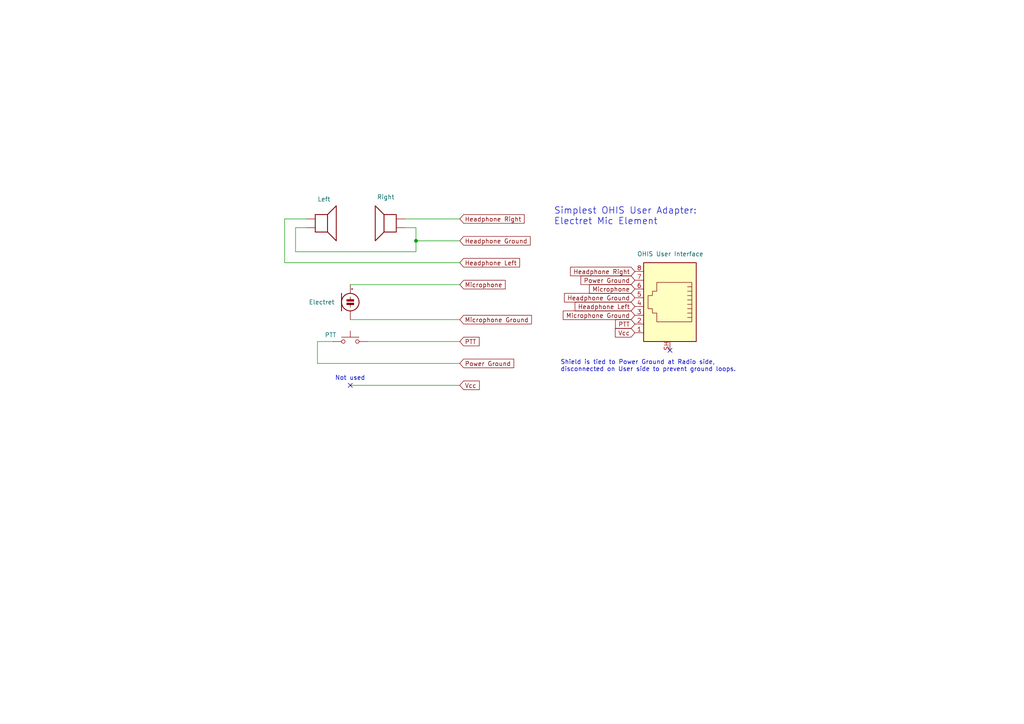
<source format=kicad_sch>
(kicad_sch (version 20211123) (generator eeschema)
  (paper "A4")
  (lib_symbols
    (symbol "Connector:8P8C_Shielded" (pin_names (offset 1.016))
      (property "Reference" "J" (at -5.08 13.97 0))
      (property "Value" "8P8C_Shielded" (at 2.54 13.97 0))
      (symbol "8P8C_Shielded_0_1"
        (polyline (pts (xy -5.08 4.445) (xy -6.35 4.445)))
        (polyline (pts (xy -5.08 5.715) (xy -6.35 5.715)))
        (polyline (pts (xy -6.35 -3.175) (xy -5.08 -3.175) (xy -5.08 -3.175)))
        (polyline (pts (xy -6.35 -1.905) (xy -5.08 -1.905) (xy -5.08 -1.905)))
        (polyline (pts (xy -6.35 -0.635) (xy -5.08 -0.635) (xy -5.08 -0.635)))
        (polyline (pts (xy -6.35 0.635) (xy -5.08 0.635) (xy -5.08 0.635)))
        (polyline (pts (xy -6.35 1.905) (xy -5.08 1.905) (xy -5.08 1.905)))
        (polyline (pts (xy -5.08 3.175) (xy -6.35 3.175) (xy -6.35 3.175)))
        (polyline (pts (xy -6.35 -4.445) (xy -6.35 6.985) (xy 3.81 6.985) (xy 3.81 4.445) (xy 5.08 4.445) (xy 5.08 3.175) (xy 6.35 3.175) (xy 6.35 -0.635) (xy 5.08 -0.635) (xy 5.08 -1.905) (xy 3.81 -1.905) (xy 3.81 -4.445) (xy -6.35 -4.445) (xy -6.35 -4.445)))
        (rectangle (start 7.62 12.7) (end -7.62 -10.16) (stroke (width 0.254)) (fill (type background)))
      )
      (symbol "8P8C_Shielded_1_1"
        (pin passive line (at 10.16 -7.62 180) (length 2.54) (name "~") (number "1"))
        (pin passive line (at 10.16 -5.08 180) (length 2.54) (name "~") (number "2"))
        (pin passive line (at 10.16 -2.54 180) (length 2.54) (name "~") (number "3"))
        (pin passive line (at 10.16 0 180) (length 2.54) (name "~") (number "4"))
        (pin passive line (at 10.16 2.54 180) (length 2.54) (name "~") (number "5"))
        (pin passive line (at 10.16 5.08 180) (length 2.54) (name "~") (number "6"))
        (pin passive line (at 10.16 7.62 180) (length 2.54) (name "~") (number "7"))
        (pin passive line (at 10.16 10.16 180) (length 2.54) (name "~") (number "8"))
        (pin passive line (at 0 -12.7 90) (length 2.54) (name "~") (number "SH"))
      )
    )
    (symbol "Device:Microphone_Condenser" (pin_numbers hide) (pin_names (offset 0.0254) hide)
      (property "Reference" "MK" (at -3.302 1.27 0))
      (property "Value" "Microphone_Condenser" (at -3.302 -0.635 0))
      (symbol "Microphone_Condenser_0_1"
        (polyline (pts (xy -2.54 2.54) (xy -2.54 -2.54)) (stroke (width 0.254)))
        (polyline (pts (xy 0 -0.762) (xy 0 -1.524)))
        (polyline (pts (xy 0 0.762) (xy 0 1.524)))
        (polyline (pts (xy 0.254 3.81) (xy 0.762 3.81)))
        (polyline (pts (xy 0.508 4.064) (xy 0.508 3.556)))
        (circle (center 0 0) (radius 2.54) (stroke (width 0.254)))
        (rectangle (start 1.016 -0.254) (end -1.016 -0.762) (fill (type outline)))
        (rectangle (start 1.016 0.762) (end -1.016 0.254) (fill (type outline)))
      )
      (symbol "Microphone_Condenser_1_1"
        (pin passive line (at 0 -5.08 90) (length 2.54) (name "-") (number "1"))
        (pin passive line (at 0 5.08 270) (length 2.54) (name "+") (number "2"))
      )
    )
    (symbol "Device:Speaker" (pin_numbers hide) (pin_names (offset 0) hide)
      (property "Reference" "LS" (at 1.27 5.715 0))
      (property "Value" "Speaker" (at 1.27 3.81 0))
      (symbol "Speaker_0_0"
        (rectangle (start -2.54 1.27) (end 1.016 -3.81) (stroke (width 0.254)))
        (polyline (pts (xy 1.016 1.27) (xy 3.556 3.81) (xy 3.556 -6.35) (xy 1.016 -3.81)) (stroke (width 0.254)))
      )
      (symbol "Speaker_1_1"
        (pin input line (at -5.08 0 0) (length 2.54) (name "1") (number "1"))
        (pin input line (at -5.08 -2.54 0) (length 2.54) (name "2") (number "2"))
      )
    )
    (symbol "Speaker_1" (pin_numbers hide) (pin_names (offset 0) hide)
      (property "Reference" "LS" (at 1.27 5.715 0))
      (property "Value" "Speaker_1" (at 1.27 3.81 0))
      (symbol "Speaker_1_0_0"
        (rectangle (start -2.54 1.27) (end 1.016 -3.81) (stroke (width 0.254)))
        (polyline (pts (xy 1.016 1.27) (xy 3.556 3.81) (xy 3.556 -6.35) (xy 1.016 -3.81)) (stroke (width 0.254)))
      )
      (symbol "Speaker_1_1_1"
        (pin input line (at -5.08 0 0) (length 2.54) (name "1") (number "1"))
        (pin input line (at -5.08 -2.54 0) (length 2.54) (name "2") (number "2"))
      )
    )
    (symbol "Switch:SW_Push" (pin_numbers hide) (pin_names (offset 1.016) hide)
      (property "Reference" "SW" (at 1.27 2.54 0))
      (property "Value" "SW_Push" (at 0 -1.524 0))
      (symbol "SW_Push_0_1"
        (circle (center -2.032 0) (radius 0.508))
        (polyline (pts (xy 0 1.27) (xy 0 3.048)))
        (polyline (pts (xy 2.54 1.27) (xy -2.54 1.27)))
        (circle (center 2.032 0) (radius 0.508))
        (pin passive line (at -5.08 0 0) (length 2.54) (name "1") (number "1"))
        (pin passive line (at 5.08 0 180) (length 2.54) (name "2") (number "2"))
      )
    )
  )
  (junction (at 120.65 69.85))
  (no_connect (at 194.31 101.6))
  (no_connect (at 101.6 111.76))
  (wire (pts (xy 106.68 99.06) (xy 133.35 99.06)))
  (wire (pts (xy 101.6 111.76) (xy 133.35 111.76)))
  (wire (pts (xy 88.9 66.04) (xy 85.725 66.04)))
  (wire (pts (xy 92.075 99.06) (xy 92.075 105.41)))
  (wire (pts (xy 92.075 105.41) (xy 133.35 105.41)))
  (wire (pts (xy 82.55 63.5) (xy 88.9 63.5)))
  (wire (pts (xy 120.65 66.04) (xy 117.475 66.04)))
  (wire (pts (xy 85.725 66.04) (xy 85.725 73.025)))
  (wire (pts (xy 96.52 99.06) (xy 92.075 99.06)))
  (wire (pts (xy 82.55 76.2) (xy 133.35 76.2)))
  (wire (pts (xy 101.6 92.71) (xy 133.35 92.71)))
  (wire (pts (xy 120.65 69.85) (xy 120.65 66.04)))
  (wire (pts (xy 120.65 73.025) (xy 120.65 69.85)))
  (wire (pts (xy 117.475 63.5) (xy 133.35 63.5)))
  (wire (pts (xy 101.6 82.55) (xy 133.35 82.55)))
  (wire (pts (xy 85.725 73.025) (xy 120.65 73.025)))
  (wire (pts (xy 82.55 63.5) (xy 82.55 76.2)))
  (wire (pts (xy 120.65 69.85) (xy 133.35 69.85)))
  (text "Shield is tied to Power Ground at Radio side,\ndisconnected on User side to prevent ground loops." (at 162.56 107.95 0) (effects (font (size 1.27 1.27)) (justify left bottom)))
  (text "Simplest OHIS User Adapter:\nElectret Mic Element" (at 160.655 65.405 0) (effects (font (size 1.905 1.905)) (justify left bottom)))
  (text "Not used" (at 97.155 110.49 0) (effects (font (size 1.27 1.27)) (justify left bottom)))
  (global_label "Power Ground" (shape input) (at 133.35 105.41 0) (property "Intersheet References" "${INTERSHEET_REFS}" (effects hide)))
  (global_label "Microphone Ground" (shape input) (at 133.35 92.71 0) (property "Intersheet References" "${INTERSHEET_REFS}" (effects hide)))
  (global_label "Power Ground" (shape input) (at 184.15 81.28 180) (property "Intersheet References" "${INTERSHEET_REFS}" (effects hide)))
  (global_label "Microphone" (shape input) (at 184.15 83.82 180) (property "Intersheet References" "${INTERSHEET_REFS}" (effects hide)))
  (global_label "PTT" (shape input) (at 184.15 93.98 180) (property "Intersheet References" "${INTERSHEET_REFS}" (effects hide)))
  (global_label "PTT" (shape input) (at 133.35 99.06 0) (property "Intersheet References" "${INTERSHEET_REFS}" (effects hide)))
  (global_label "Headphone Right" (shape input) (at 184.15 78.74 180) (property "Intersheet References" "${INTERSHEET_REFS}" (effects hide)))
  (global_label "Headphone Left" (shape input) (at 133.35 76.2 0) (property "Intersheet References" "${INTERSHEET_REFS}" (effects hide)))
  (global_label "Microphone Ground" (shape input) (at 184.15 91.44 180) (property "Intersheet References" "${INTERSHEET_REFS}" (effects hide)))
  (global_label "Headphone Left" (shape input) (at 184.15 88.9 180) (property "Intersheet References" "${INTERSHEET_REFS}" (effects hide)))
  (global_label "Headphone Ground" (shape input) (at 133.35 69.85 0) (property "Intersheet References" "${INTERSHEET_REFS}" (effects hide)))
  (global_label "Headphone Ground" (shape input) (at 184.15 86.36 180) (property "Intersheet References" "${INTERSHEET_REFS}" (effects hide)))
  (global_label "Vcc" (shape input) (at 133.35 111.76 0) (property "Intersheet References" "${INTERSHEET_REFS}" (effects hide)))
  (global_label "Headphone Right" (shape input) (at 133.35 63.5 0) (property "Intersheet References" "${INTERSHEET_REFS}" (effects hide)))
  (global_label "Microphone" (shape input) (at 133.35 82.55 0) (property "Intersheet References" "${INTERSHEET_REFS}" (effects hide)))
  (global_label "Vcc" (shape input) (at 184.15 96.52 180) (property "Intersheet References" "${INTERSHEET_REFS}" (effects hide)))
  (symbol (lib_id "Switch:SW_Push") (at 101.6 99.06 0) (unit 1)
    (property "Reference" "SW?" (effects hide))
    (property "Value" "PTT" (at 95.885 97.155 0))
  )
  (symbol (lib_id "Device:Speaker") (at 93.98 63.5 0) (unit 1)
    (property "Reference" "LS?" (effects hide))
    (property "Value" "Left" (at 92.075 57.785 0) (effects (justify left)))
  )
  (symbol (lib_id "Connector:8P8C_Shielded") (at 194.31 88.9 0) (mirror y) (unit 1)
    (property "Reference" "J?" (effects hide))
    (property "Value" "OHIS User Interface" (at 184.785 73.66 0) (effects (justify right)))
  )
  (symbol (lib_name "Speaker_1") (lib_id "Device:Speaker") (at 112.395 63.5 0) (mirror y) (unit 1)
    (property "Reference" "LS?" (effects hide))
    (property "Value" "Right" (at 111.887 57.15 0))
  )
  (symbol (lib_id "Device:Microphone_Condenser") (at 101.6 87.63 0) (unit 1)
    (property "Reference" "MK?" (effects hide))
    (property "Value" "Electret" (at 89.535 87.63 0) (effects (justify left)))
  )
)
</source>
